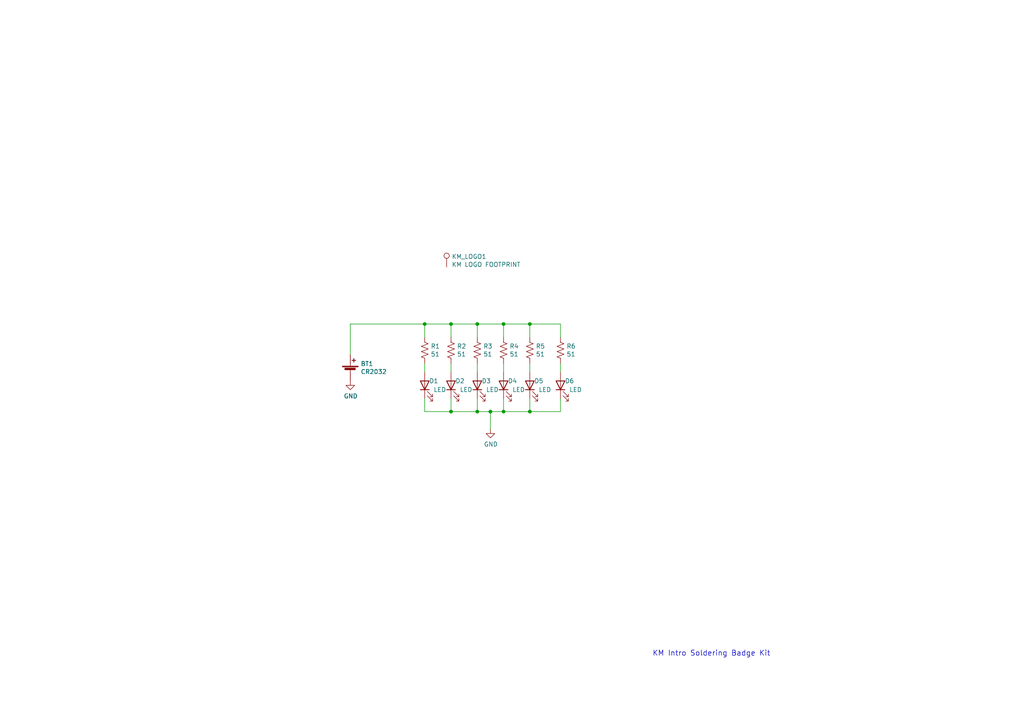
<source format=kicad_sch>
(kicad_sch (version 20211123) (generator eeschema)
  (paper "A4")
  (lib_symbols
    (symbol "Connector:TestPoint" (pin_numbers hide) (pin_names (offset 0.762) hide)
      (property "Reference" "TP" (at 0 6.858 0))
      (property "Value" "TestPoint" (at 0 5.08 0))
      (symbol "TestPoint_0_1"
        (circle (center 0 3.302) (radius 0.762))
      )
      (symbol "TestPoint_1_1"
        (pin passive line (at 0 0 90) (length 2.54) (name "1") (number "1"))
      )
    )
    (symbol "Device:Battery_Cell" (pin_numbers hide) (pin_names (offset 0) hide)
      (property "Reference" "BT" (at 2.54 2.54 0))
      (property "Value" "Battery_Cell" (at 2.54 0 0))
      (symbol "Battery_Cell_0_1"
        (rectangle (start -2.286 1.778) (end 2.286 1.524) (fill (type outline)))
        (rectangle (start -1.5748 1.1938) (end 1.4732 0.6858) (fill (type outline)))
        (polyline (pts (xy 0 0.762) (xy 0 0)))
        (polyline (pts (xy 0 1.778) (xy 0 2.54)))
        (polyline (pts (xy 0.508 3.429) (xy 1.524 3.429)) (stroke (width 0.254)))
        (polyline (pts (xy 1.016 3.937) (xy 1.016 2.921)) (stroke (width 0.254)))
      )
      (symbol "Battery_Cell_1_1"
        (pin passive line (at 0 5.08 270) (length 2.54) (name "+") (number "1"))
        (pin passive line (at 0 -2.54 90) (length 2.54) (name "-") (number "2"))
      )
    )
    (symbol "Device:LED" (pin_numbers hide) (pin_names (offset 1.016) hide)
      (property "Reference" "D" (at 0 2.54 0))
      (property "Value" "LED" (at 0 -2.54 0))
      (symbol "LED_0_1"
        (polyline (pts (xy -1.27 -1.27) (xy -1.27 1.27)) (stroke (width 0.254)))
        (polyline (pts (xy -1.27 0) (xy 1.27 0)))
        (polyline (pts (xy 1.27 -1.27) (xy 1.27 1.27) (xy -1.27 0) (xy 1.27 -1.27)) (stroke (width 0.254)))
        (polyline (pts (xy -3.048 -0.762) (xy -4.572 -2.286) (xy -3.81 -2.286) (xy -4.572 -2.286) (xy -4.572 -1.524)))
        (polyline (pts (xy -1.778 -0.762) (xy -3.302 -2.286) (xy -2.54 -2.286) (xy -3.302 -2.286) (xy -3.302 -1.524)))
      )
      (symbol "LED_1_1"
        (pin passive line (at -3.81 0 0) (length 2.54) (name "K") (number "1"))
        (pin passive line (at 3.81 0 180) (length 2.54) (name "A") (number "2"))
      )
    )
    (symbol "Device:R_US" (pin_numbers hide) (pin_names (offset 0))
      (property "Reference" "R" (at 2.54 0 90))
      (property "Value" "R_US" (at -2.54 0 90))
      (symbol "R_US_0_1"
        (polyline (pts (xy 0 -2.286) (xy 0 -2.54)))
        (polyline (pts (xy 0 2.286) (xy 0 2.54)))
        (polyline (pts (xy 0 -0.762) (xy 1.016 -1.143) (xy 0 -1.524) (xy -1.016 -1.905) (xy 0 -2.286)))
        (polyline (pts (xy 0 0.762) (xy 1.016 0.381) (xy 0 0) (xy -1.016 -0.381) (xy 0 -0.762)))
        (polyline (pts (xy 0 2.286) (xy 1.016 1.905) (xy 0 1.524) (xy -1.016 1.143) (xy 0 0.762)))
      )
      (symbol "R_US_1_1"
        (pin passive line (at 0 3.81 270) (length 1.27) (name "~") (number "1"))
        (pin passive line (at 0 -3.81 90) (length 1.27) (name "~") (number "2"))
      )
    )
    (symbol "power:GND" (power) (pin_names (offset 0))
      (property "Value" "GND" (at 0 -3.81 0))
      (symbol "GND_0_1"
        (polyline (pts (xy 0 0) (xy 0 -1.27) (xy 1.27 -1.27) (xy 0 -2.54) (xy -1.27 -1.27) (xy 0 -1.27)))
      )
      (symbol "GND_1_1"
        (pin power_in line (at 0 0 270) (length 0) hide (name "GND") (number "1"))
      )
    )
  )
  (junction (at 142.24 119.38))
  (junction (at 153.67 93.98))
  (junction (at 146.05 93.98))
  (junction (at 153.67 119.38))
  (junction (at 138.43 119.38))
  (junction (at 146.05 119.38))
  (junction (at 123.19 93.98))
  (junction (at 130.81 119.38))
  (junction (at 138.43 93.98))
  (junction (at 130.81 93.98))
  (wire (pts (xy 142.24 119.38) (xy 142.24 124.46)))
  (wire (pts (xy 153.67 93.98) (xy 162.56 93.98)))
  (wire (pts (xy 130.81 119.38) (xy 138.43 119.38)))
  (wire (pts (xy 123.19 93.98) (xy 101.6 93.98)))
  (wire (pts (xy 138.43 93.98) (xy 146.05 93.98)))
  (wire (pts (xy 138.43 105.41) (xy 138.43 107.95)))
  (wire (pts (xy 146.05 105.41) (xy 146.05 107.95)))
  (wire (pts (xy 162.56 115.57) (xy 162.56 119.38)))
  (wire (pts (xy 123.19 93.98) (xy 130.81 93.98)))
  (wire (pts (xy 130.81 97.79) (xy 130.81 93.98)))
  (wire (pts (xy 153.67 119.38) (xy 162.56 119.38)))
  (wire (pts (xy 130.81 93.98) (xy 138.43 93.98)))
  (wire (pts (xy 130.81 105.41) (xy 130.81 107.95)))
  (wire (pts (xy 123.19 97.79) (xy 123.19 93.98)))
  (wire (pts (xy 146.05 97.79) (xy 146.05 93.98)))
  (wire (pts (xy 153.67 93.98) (xy 153.67 97.79)))
  (wire (pts (xy 123.19 105.41) (xy 123.19 107.95)))
  (wire (pts (xy 153.67 119.38) (xy 153.67 115.57)))
  (wire (pts (xy 142.24 119.38) (xy 146.05 119.38)))
  (wire (pts (xy 123.19 115.57) (xy 123.19 119.38)))
  (wire (pts (xy 162.56 105.41) (xy 162.56 107.95)))
  (wire (pts (xy 138.43 119.38) (xy 142.24 119.38)))
  (wire (pts (xy 153.67 105.41) (xy 153.67 107.95)))
  (wire (pts (xy 138.43 97.79) (xy 138.43 93.98)))
  (wire (pts (xy 123.19 119.38) (xy 130.81 119.38)))
  (wire (pts (xy 146.05 115.57) (xy 146.05 119.38)))
  (wire (pts (xy 162.56 97.79) (xy 162.56 93.98)))
  (wire (pts (xy 146.05 119.38) (xy 153.67 119.38)))
  (wire (pts (xy 101.6 93.98) (xy 101.6 102.87)))
  (wire (pts (xy 130.81 115.57) (xy 130.81 119.38)))
  (wire (pts (xy 146.05 93.98) (xy 153.67 93.98)))
  (wire (pts (xy 138.43 115.57) (xy 138.43 119.38)))
  (text "KM Intro Soldering Badge Kit" (at 189.23 190.5 0) (effects (font (size 1.524 1.524)) (justify left bottom)))
  (symbol (lib_id "Device:LED") (at 123.19 111.76 90) (unit 1)
    (property "Reference" "D1" (at 124.46 110.49 90) (effects (justify right)))
    (property "Value" "LED" (at 125.73 113.03 90) (effects (justify right)))
    (property "Footprint" "Rays Footprints:LED_D3.0mm" (effects hide))
  )
  (symbol (lib_id "Device:LED") (at 130.81 111.76 90) (unit 1)
    (property "Reference" "D2" (at 132.08 110.49 90) (effects (justify right)))
    (property "Value" "LED" (at 133.35 113.03 90) (effects (justify right)))
    (property "Footprint" "Rays Footprints:LED_D3.0mm" (effects hide))
  )
  (symbol (lib_id "Device:LED") (at 138.43 111.76 90) (unit 1)
    (property "Reference" "D3" (at 139.7 110.49 90) (effects (justify right)))
    (property "Value" "LED" (at 140.97 113.03 90) (effects (justify right)))
    (property "Footprint" "Rays Footprints:LED_D3.0mm" (effects hide))
  )
  (symbol (lib_id "Device:LED") (at 146.05 111.76 90) (unit 1)
    (property "Reference" "D4" (at 147.32 110.49 90) (effects (justify right)))
    (property "Value" "LED" (at 148.59 113.03 90) (effects (justify right)))
    (property "Footprint" "Rays Footprints:LED_D3.0mm" (effects hide))
  )
  (symbol (lib_id "Device:LED") (at 153.67 111.76 90) (unit 1)
    (property "Reference" "D5" (at 154.94 110.49 90) (effects (justify right)))
    (property "Value" "LED" (at 156.21 113.03 90) (effects (justify right)))
    (property "Footprint" "Rays Footprints:LED_D3.0mm" (effects hide))
  )
  (symbol (lib_id "Device:R_US") (at 123.19 101.6 0) (unit 1)
    (property "Reference" "R1" (at 124.9172 100.4316 0) (effects (justify left)))
    (property "Value" "51" (at 124.9172 102.743 0) (effects (justify left)))
    (property "Footprint" "Resistors_THT:R_Axial_DIN0411_L9.9mm_D3.6mm_P12.70mm_Horizontal" (effects hide))
  )
  (symbol (lib_id "Device:R_US") (at 130.81 101.6 0) (unit 1)
    (property "Reference" "R2" (at 132.5372 100.4316 0) (effects (justify left)))
    (property "Value" "51" (at 132.5372 102.743 0) (effects (justify left)))
    (property "Footprint" "Resistors_THT:R_Axial_DIN0411_L9.9mm_D3.6mm_P12.70mm_Horizontal" (effects hide))
  )
  (symbol (lib_id "Device:R_US") (at 138.43 101.6 0) (unit 1)
    (property "Reference" "R3" (at 140.1572 100.4316 0) (effects (justify left)))
    (property "Value" "51" (at 140.1572 102.743 0) (effects (justify left)))
    (property "Footprint" "Resistors_THT:R_Axial_DIN0411_L9.9mm_D3.6mm_P12.70mm_Horizontal" (effects hide))
  )
  (symbol (lib_id "Device:R_US") (at 146.05 101.6 0) (unit 1)
    (property "Reference" "R4" (at 147.7772 100.4316 0) (effects (justify left)))
    (property "Value" "51" (at 147.7772 102.743 0) (effects (justify left)))
    (property "Footprint" "Resistors_THT:R_Axial_DIN0411_L9.9mm_D3.6mm_P12.70mm_Horizontal" (effects hide))
  )
  (symbol (lib_id "Device:R_US") (at 153.67 101.6 0) (unit 1)
    (property "Reference" "R5" (at 155.3972 100.4316 0) (effects (justify left)))
    (property "Value" "51" (at 155.3972 102.743 0) (effects (justify left)))
    (property "Footprint" "Resistors_THT:R_Axial_DIN0411_L9.9mm_D3.6mm_P12.70mm_Horizontal" (effects hide))
  )
  (symbol (lib_id "power:GND") (at 142.24 124.46 0) (unit 1)
    (property "Reference" "#PWR010" (effects hide))
    (property "Value" "GND" (at 142.367 128.8542 0))
  )
  (symbol (lib_id "Device:LED") (at 162.56 111.76 90) (unit 1)
    (property "Reference" "D6" (at 163.83 110.49 90) (effects (justify right)))
    (property "Value" "LED" (at 165.1 113.03 90) (effects (justify right)))
    (property "Footprint" "Rays Footprints:LED_D3.0mm" (effects hide))
  )
  (symbol (lib_id "Device:R_US") (at 162.56 101.6 0) (unit 1)
    (property "Reference" "R6" (at 164.2872 100.4316 0) (effects (justify left)))
    (property "Value" "51" (at 164.2872 102.743 0) (effects (justify left)))
    (property "Footprint" "Resistors_THT:R_Axial_DIN0411_L9.9mm_D3.6mm_P12.70mm_Horizontal" (effects hide))
  )
  (symbol (lib_id "Device:Battery_Cell") (at 101.6 107.95 0) (unit 1)
    (property "Reference" "BT1" (at 104.5972 105.5116 0) (effects (justify left)))
    (property "Value" "CR2032" (at 104.5972 107.823 0) (effects (justify left)))
    (property "Footprint" "Rays Footprints:Keystone-3035-CR2032-Coin" (effects hide))
    (property "Datasheet" "https://www.digikey.com/product-detail/en/keystone-electronics/3035/36-3035-ND/5872907" (effects hide))
  )
  (symbol (lib_id "power:GND") (at 101.6 110.49 0) (unit 1)
    (property "Reference" "#PWR01" (effects hide))
    (property "Value" "GND" (at 101.727 114.8842 0))
  )
  (symbol (lib_id "Connector:TestPoint") (at 129.54 77.47 0) (unit 1)
    (property "Reference" "KM_LOGO1" (at 131.0132 74.422 0) (effects (justify left)))
    (property "Value" "KM LOGO FOOTPRINT" (at 131.0132 76.7334 0) (effects (justify left)))
    (property "Footprint" "km-noob-badge-kit:km-logo" (effects hide))
  )
)
</source>
